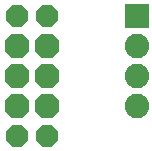
<source format=gbs>
G75*
G70*
%OFA0B0*%
%FSLAX24Y24*%
%IPPOS*%
%LPD*%
%AMOC8*
5,1,8,0,0,1.08239X$1,22.5*
%
%ADD10OC8,0.0820*%
%ADD11OC8,0.0720*%
%ADD12R,0.0820X0.0820*%
%ADD13C,0.0820*%
D10*
X001161Y001909D03*
X002161Y001909D03*
X002161Y002909D03*
X001161Y002909D03*
X001161Y003909D03*
X002161Y003909D03*
D11*
X001151Y000909D03*
X002151Y000909D03*
X002151Y004909D03*
X001151Y004909D03*
D12*
X005151Y004909D03*
D13*
X005151Y003909D03*
X005151Y002909D03*
X005151Y001909D03*
M02*

</source>
